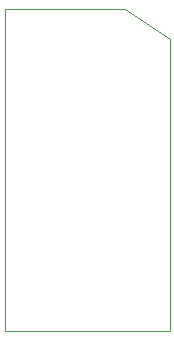
<source format=gbr>
%TF.GenerationSoftware,KiCad,Pcbnew,7.0.9*%
%TF.CreationDate,2024-04-23T20:51:24-07:00*%
%TF.ProjectId,U29-74LS02,5532392d-3734-44c5-9330-322e6b696361,rev?*%
%TF.SameCoordinates,Original*%
%TF.FileFunction,Profile,NP*%
%FSLAX46Y46*%
G04 Gerber Fmt 4.6, Leading zero omitted, Abs format (unit mm)*
G04 Created by KiCad (PCBNEW 7.0.9) date 2024-04-23 20:51:24*
%MOMM*%
%LPD*%
G01*
G04 APERTURE LIST*
%TA.AperFunction,Profile*%
%ADD10C,0.100000*%
%TD*%
G04 APERTURE END LIST*
D10*
X165100000Y-86995000D02*
X161290000Y-84455000D01*
X165100000Y-87630000D02*
X165100000Y-86995000D01*
X151130000Y-84455000D02*
X151130000Y-111760000D01*
X161290000Y-84455000D02*
X151130000Y-84455000D01*
X165100000Y-111760000D02*
X165100000Y-87630000D01*
X151130000Y-111760000D02*
X165100000Y-111760000D01*
M02*

</source>
